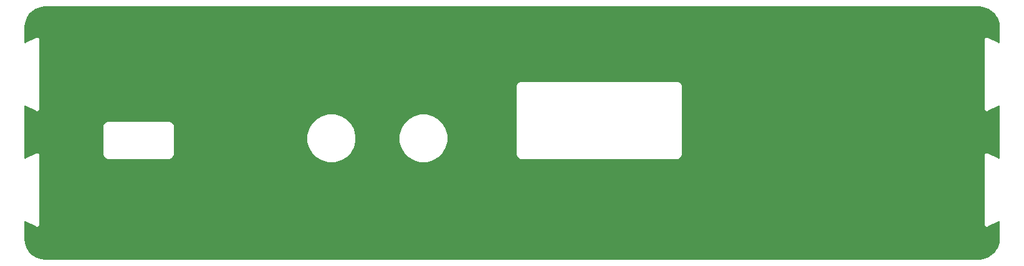
<source format=gbr>
G04 EAGLE Gerber RS-274X export*
G75*
%MOMM*%
%FSLAX34Y34*%
%LPD*%
%INBottom Copper*%
%IPPOS*%
%AMOC8*
5,1,8,0,0,1.08239X$1,22.5*%
G01*
%ADD10C,4.316000*%

G36*
X1300022Y2543D02*
X1300022Y2543D01*
X1300100Y2545D01*
X1304197Y2867D01*
X1304264Y2881D01*
X1304333Y2885D01*
X1304489Y2925D01*
X1312282Y5457D01*
X1312390Y5508D01*
X1312500Y5551D01*
X1312551Y5584D01*
X1312570Y5593D01*
X1312586Y5606D01*
X1312636Y5638D01*
X1319265Y10454D01*
X1319352Y10535D01*
X1319443Y10611D01*
X1319482Y10658D01*
X1319497Y10672D01*
X1319508Y10689D01*
X1319546Y10735D01*
X1324362Y17364D01*
X1324420Y17468D01*
X1324483Y17568D01*
X1324506Y17625D01*
X1324516Y17643D01*
X1324521Y17662D01*
X1324543Y17718D01*
X1327075Y25511D01*
X1327088Y25579D01*
X1327110Y25644D01*
X1327133Y25803D01*
X1327455Y29900D01*
X1327454Y29922D01*
X1327459Y30000D01*
X1327459Y53835D01*
X1327447Y53929D01*
X1327445Y54024D01*
X1327428Y54086D01*
X1327419Y54151D01*
X1327385Y54239D01*
X1327359Y54330D01*
X1327326Y54386D01*
X1327302Y54447D01*
X1327247Y54523D01*
X1327199Y54605D01*
X1327154Y54651D01*
X1327116Y54704D01*
X1327043Y54764D01*
X1326976Y54832D01*
X1326921Y54865D01*
X1326871Y54907D01*
X1326785Y54947D01*
X1326704Y54996D01*
X1326642Y55015D01*
X1326583Y55042D01*
X1326490Y55060D01*
X1326399Y55087D01*
X1326334Y55090D01*
X1326271Y55102D01*
X1326176Y55096D01*
X1326082Y55100D01*
X1326018Y55086D01*
X1325953Y55082D01*
X1325863Y55053D01*
X1325771Y55033D01*
X1325668Y54990D01*
X1325651Y54984D01*
X1325642Y54979D01*
X1325622Y54971D01*
X1311689Y48004D01*
X1311587Y47935D01*
X1311480Y47873D01*
X1311441Y47838D01*
X1311425Y47827D01*
X1311411Y47811D01*
X1311359Y47766D01*
X1311052Y47459D01*
X1310899Y47459D01*
X1310845Y47452D01*
X1310791Y47455D01*
X1310688Y47433D01*
X1310584Y47419D01*
X1310533Y47399D01*
X1310480Y47388D01*
X1310332Y47325D01*
X1310195Y47257D01*
X1309783Y47394D01*
X1309662Y47418D01*
X1309542Y47449D01*
X1309490Y47452D01*
X1309471Y47456D01*
X1309450Y47455D01*
X1309382Y47459D01*
X1308948Y47459D01*
X1308839Y47567D01*
X1308796Y47601D01*
X1308759Y47641D01*
X1308671Y47698D01*
X1308588Y47762D01*
X1308538Y47784D01*
X1308492Y47814D01*
X1308343Y47874D01*
X1308198Y47922D01*
X1308004Y48311D01*
X1307935Y48413D01*
X1307873Y48520D01*
X1307838Y48559D01*
X1307827Y48575D01*
X1307811Y48589D01*
X1307766Y48641D01*
X1307459Y48948D01*
X1307459Y49101D01*
X1307452Y49155D01*
X1307455Y49209D01*
X1307433Y49312D01*
X1307419Y49416D01*
X1307399Y49467D01*
X1307388Y49520D01*
X1307325Y49668D01*
X1307257Y49805D01*
X1307394Y50217D01*
X1307418Y50338D01*
X1307449Y50458D01*
X1307452Y50510D01*
X1307456Y50529D01*
X1307455Y50550D01*
X1307459Y50618D01*
X1307459Y144382D01*
X1307444Y144504D01*
X1307435Y144627D01*
X1307422Y144678D01*
X1307419Y144697D01*
X1307412Y144717D01*
X1307394Y144783D01*
X1307257Y145195D01*
X1307325Y145332D01*
X1307343Y145383D01*
X1307370Y145431D01*
X1307396Y145533D01*
X1307431Y145632D01*
X1307435Y145686D01*
X1307449Y145739D01*
X1307459Y145899D01*
X1307459Y146052D01*
X1307766Y146359D01*
X1307842Y146457D01*
X1307923Y146550D01*
X1307949Y146596D01*
X1307961Y146611D01*
X1307970Y146630D01*
X1308004Y146689D01*
X1308198Y147078D01*
X1308343Y147126D01*
X1308392Y147149D01*
X1308445Y147165D01*
X1308535Y147218D01*
X1308630Y147263D01*
X1308672Y147299D01*
X1308719Y147326D01*
X1308839Y147433D01*
X1308948Y147541D01*
X1309382Y147541D01*
X1309504Y147556D01*
X1309627Y147565D01*
X1309678Y147578D01*
X1309697Y147581D01*
X1309717Y147588D01*
X1309783Y147606D01*
X1310195Y147743D01*
X1310332Y147675D01*
X1310383Y147657D01*
X1310431Y147630D01*
X1310533Y147604D01*
X1310632Y147569D01*
X1310686Y147565D01*
X1310739Y147551D01*
X1310899Y147541D01*
X1311052Y147541D01*
X1311359Y147234D01*
X1311457Y147158D01*
X1311550Y147077D01*
X1311596Y147051D01*
X1311611Y147039D01*
X1311630Y147030D01*
X1311689Y146996D01*
X1325622Y140029D01*
X1325712Y139998D01*
X1325797Y139958D01*
X1325861Y139946D01*
X1325922Y139924D01*
X1326017Y139916D01*
X1326110Y139898D01*
X1326174Y139902D01*
X1326239Y139896D01*
X1326333Y139912D01*
X1326427Y139918D01*
X1326489Y139938D01*
X1326553Y139948D01*
X1326640Y139987D01*
X1326729Y140016D01*
X1326784Y140051D01*
X1326844Y140077D01*
X1326918Y140135D01*
X1326998Y140186D01*
X1327043Y140233D01*
X1327094Y140274D01*
X1327151Y140349D01*
X1327216Y140418D01*
X1327247Y140474D01*
X1327287Y140526D01*
X1327324Y140613D01*
X1327370Y140696D01*
X1327386Y140759D01*
X1327411Y140819D01*
X1327425Y140913D01*
X1327449Y141004D01*
X1327456Y141115D01*
X1327459Y141133D01*
X1327458Y141143D01*
X1327459Y141165D01*
X1327459Y211335D01*
X1327447Y211429D01*
X1327445Y211524D01*
X1327428Y211586D01*
X1327419Y211651D01*
X1327385Y211739D01*
X1327359Y211830D01*
X1327326Y211886D01*
X1327302Y211947D01*
X1327247Y212023D01*
X1327199Y212105D01*
X1327154Y212151D01*
X1327116Y212204D01*
X1327043Y212264D01*
X1326976Y212332D01*
X1326921Y212365D01*
X1326871Y212407D01*
X1326785Y212447D01*
X1326704Y212496D01*
X1326642Y212515D01*
X1326583Y212542D01*
X1326490Y212560D01*
X1326399Y212587D01*
X1326334Y212590D01*
X1326271Y212602D01*
X1326176Y212596D01*
X1326082Y212600D01*
X1326018Y212586D01*
X1325953Y212582D01*
X1325863Y212553D01*
X1325771Y212533D01*
X1325668Y212490D01*
X1325651Y212484D01*
X1325642Y212479D01*
X1325622Y212471D01*
X1311689Y205504D01*
X1311630Y205465D01*
X1311628Y205464D01*
X1311619Y205457D01*
X1311587Y205435D01*
X1311480Y205373D01*
X1311441Y205338D01*
X1311425Y205327D01*
X1311411Y205311D01*
X1311374Y205279D01*
X1311371Y205277D01*
X1311370Y205275D01*
X1311359Y205266D01*
X1311052Y204959D01*
X1310899Y204959D01*
X1310845Y204952D01*
X1310791Y204955D01*
X1310688Y204933D01*
X1310584Y204919D01*
X1310533Y204899D01*
X1310480Y204888D01*
X1310332Y204825D01*
X1310195Y204757D01*
X1309783Y204894D01*
X1309662Y204918D01*
X1309542Y204949D01*
X1309490Y204952D01*
X1309471Y204956D01*
X1309450Y204955D01*
X1309382Y204959D01*
X1308948Y204959D01*
X1308839Y205067D01*
X1308796Y205101D01*
X1308759Y205141D01*
X1308671Y205198D01*
X1308588Y205262D01*
X1308538Y205284D01*
X1308492Y205314D01*
X1308343Y205374D01*
X1308198Y205422D01*
X1308004Y205811D01*
X1307935Y205913D01*
X1307873Y206020D01*
X1307838Y206059D01*
X1307827Y206075D01*
X1307811Y206089D01*
X1307766Y206141D01*
X1307459Y206448D01*
X1307459Y206601D01*
X1307452Y206655D01*
X1307455Y206709D01*
X1307433Y206812D01*
X1307419Y206916D01*
X1307399Y206967D01*
X1307388Y207020D01*
X1307325Y207168D01*
X1307257Y207305D01*
X1307394Y207717D01*
X1307418Y207838D01*
X1307449Y207958D01*
X1307452Y208010D01*
X1307456Y208029D01*
X1307455Y208050D01*
X1307459Y208118D01*
X1307459Y301882D01*
X1307444Y302004D01*
X1307435Y302127D01*
X1307422Y302178D01*
X1307419Y302197D01*
X1307412Y302217D01*
X1307394Y302283D01*
X1307257Y302695D01*
X1307325Y302832D01*
X1307343Y302883D01*
X1307370Y302931D01*
X1307396Y303033D01*
X1307431Y303132D01*
X1307435Y303186D01*
X1307449Y303239D01*
X1307459Y303399D01*
X1307459Y303552D01*
X1307766Y303859D01*
X1307842Y303957D01*
X1307923Y304050D01*
X1307949Y304096D01*
X1307961Y304111D01*
X1307970Y304130D01*
X1308004Y304189D01*
X1308198Y304578D01*
X1308343Y304626D01*
X1308392Y304649D01*
X1308445Y304665D01*
X1308535Y304718D01*
X1308630Y304763D01*
X1308672Y304798D01*
X1308719Y304826D01*
X1308839Y304933D01*
X1308948Y305041D01*
X1309382Y305041D01*
X1309504Y305056D01*
X1309627Y305065D01*
X1309678Y305078D01*
X1309697Y305081D01*
X1309717Y305088D01*
X1309783Y305106D01*
X1310195Y305243D01*
X1310332Y305175D01*
X1310383Y305157D01*
X1310431Y305130D01*
X1310533Y305104D01*
X1310632Y305069D01*
X1310686Y305065D01*
X1310739Y305051D01*
X1310899Y305041D01*
X1311052Y305041D01*
X1311359Y304734D01*
X1311457Y304658D01*
X1311550Y304577D01*
X1311596Y304551D01*
X1311611Y304539D01*
X1311630Y304530D01*
X1311689Y304496D01*
X1325622Y297529D01*
X1325712Y297498D01*
X1325797Y297458D01*
X1325861Y297446D01*
X1325922Y297424D01*
X1326017Y297416D01*
X1326110Y297398D01*
X1326174Y297402D01*
X1326239Y297396D01*
X1326333Y297412D01*
X1326427Y297418D01*
X1326489Y297438D01*
X1326553Y297448D01*
X1326640Y297487D01*
X1326729Y297516D01*
X1326784Y297551D01*
X1326844Y297577D01*
X1326918Y297635D01*
X1326998Y297686D01*
X1327043Y297733D01*
X1327094Y297774D01*
X1327151Y297849D01*
X1327216Y297918D01*
X1327247Y297974D01*
X1327287Y298026D01*
X1327324Y298113D01*
X1327370Y298196D01*
X1327386Y298259D01*
X1327411Y298319D01*
X1327425Y298413D01*
X1327449Y298504D01*
X1327456Y298615D01*
X1327459Y298633D01*
X1327458Y298643D01*
X1327459Y298665D01*
X1327459Y320000D01*
X1327457Y320022D01*
X1327455Y320100D01*
X1327133Y324197D01*
X1327119Y324264D01*
X1327115Y324333D01*
X1327075Y324489D01*
X1324543Y332282D01*
X1324492Y332390D01*
X1324449Y332500D01*
X1324416Y332551D01*
X1324407Y332570D01*
X1324394Y332586D01*
X1324362Y332636D01*
X1319546Y339265D01*
X1319465Y339352D01*
X1319389Y339443D01*
X1319342Y339482D01*
X1319328Y339497D01*
X1319311Y339508D01*
X1319265Y339546D01*
X1312636Y344362D01*
X1312532Y344420D01*
X1312432Y344483D01*
X1312375Y344506D01*
X1312357Y344516D01*
X1312338Y344521D01*
X1312282Y344543D01*
X1304489Y347075D01*
X1304421Y347088D01*
X1304356Y347110D01*
X1304197Y347133D01*
X1300100Y347455D01*
X1300078Y347454D01*
X1300000Y347459D01*
X30000Y347459D01*
X29978Y347457D01*
X29900Y347455D01*
X25803Y347133D01*
X25736Y347119D01*
X25667Y347115D01*
X25511Y347075D01*
X17718Y344543D01*
X17610Y344492D01*
X17500Y344449D01*
X17449Y344416D01*
X17430Y344407D01*
X17414Y344394D01*
X17364Y344362D01*
X10735Y339546D01*
X10648Y339465D01*
X10557Y339389D01*
X10518Y339342D01*
X10503Y339328D01*
X10492Y339311D01*
X10454Y339265D01*
X5638Y332636D01*
X5580Y332532D01*
X5517Y332432D01*
X5494Y332375D01*
X5484Y332357D01*
X5479Y332338D01*
X5457Y332282D01*
X2925Y324489D01*
X2912Y324421D01*
X2890Y324356D01*
X2867Y324197D01*
X2545Y320100D01*
X2546Y320078D01*
X2541Y320000D01*
X2541Y298665D01*
X2553Y298571D01*
X2555Y298476D01*
X2572Y298414D01*
X2581Y298349D01*
X2615Y298261D01*
X2641Y298170D01*
X2674Y298114D01*
X2698Y298053D01*
X2753Y297977D01*
X2801Y297895D01*
X2846Y297849D01*
X2884Y297796D01*
X2957Y297736D01*
X3024Y297668D01*
X3079Y297635D01*
X3129Y297593D01*
X3215Y297553D01*
X3296Y297504D01*
X3358Y297485D01*
X3417Y297458D01*
X3510Y297440D01*
X3601Y297413D01*
X3666Y297410D01*
X3729Y297398D01*
X3824Y297404D01*
X3918Y297400D01*
X3982Y297414D01*
X4047Y297418D01*
X4137Y297447D01*
X4229Y297467D01*
X4332Y297510D01*
X4349Y297516D01*
X4358Y297521D01*
X4378Y297529D01*
X18311Y304496D01*
X18413Y304565D01*
X18520Y304627D01*
X18559Y304662D01*
X18575Y304673D01*
X18589Y304689D01*
X18641Y304734D01*
X18948Y305041D01*
X19101Y305041D01*
X19155Y305048D01*
X19209Y305045D01*
X19312Y305067D01*
X19416Y305081D01*
X19467Y305101D01*
X19520Y305112D01*
X19668Y305175D01*
X19805Y305243D01*
X20217Y305106D01*
X20338Y305082D01*
X20458Y305051D01*
X20510Y305048D01*
X20529Y305044D01*
X20550Y305045D01*
X20618Y305041D01*
X21052Y305041D01*
X21161Y304933D01*
X21204Y304899D01*
X21241Y304859D01*
X21329Y304802D01*
X21412Y304738D01*
X21462Y304716D01*
X21508Y304686D01*
X21657Y304626D01*
X21802Y304578D01*
X21996Y304189D01*
X22064Y304087D01*
X22127Y303980D01*
X22162Y303941D01*
X22173Y303925D01*
X22189Y303911D01*
X22234Y303859D01*
X22541Y303552D01*
X22541Y303399D01*
X22548Y303345D01*
X22545Y303291D01*
X22567Y303188D01*
X22581Y303084D01*
X22601Y303033D01*
X22612Y302980D01*
X22675Y302832D01*
X22743Y302695D01*
X22606Y302283D01*
X22582Y302162D01*
X22551Y302042D01*
X22548Y301990D01*
X22544Y301971D01*
X22545Y301950D01*
X22541Y301882D01*
X22541Y208118D01*
X22556Y207996D01*
X22565Y207873D01*
X22578Y207822D01*
X22581Y207803D01*
X22588Y207783D01*
X22606Y207717D01*
X22743Y207305D01*
X22675Y207168D01*
X22657Y207117D01*
X22630Y207069D01*
X22604Y206968D01*
X22569Y206868D01*
X22565Y206814D01*
X22551Y206761D01*
X22541Y206601D01*
X22541Y206448D01*
X22234Y206141D01*
X22158Y206043D01*
X22077Y205950D01*
X22050Y205904D01*
X22039Y205889D01*
X22030Y205870D01*
X21996Y205811D01*
X21802Y205422D01*
X21657Y205374D01*
X21608Y205351D01*
X21555Y205335D01*
X21465Y205282D01*
X21370Y205237D01*
X21328Y205202D01*
X21281Y205174D01*
X21161Y205067D01*
X21052Y204959D01*
X20618Y204959D01*
X20496Y204944D01*
X20373Y204935D01*
X20322Y204922D01*
X20303Y204919D01*
X20283Y204912D01*
X20217Y204894D01*
X19805Y204757D01*
X19668Y204825D01*
X19617Y204843D01*
X19569Y204870D01*
X19468Y204896D01*
X19368Y204931D01*
X19314Y204935D01*
X19261Y204949D01*
X19101Y204959D01*
X18948Y204959D01*
X18641Y205266D01*
X18556Y205332D01*
X18507Y205378D01*
X18493Y205386D01*
X18450Y205423D01*
X18404Y205449D01*
X18389Y205461D01*
X18370Y205470D01*
X18311Y205504D01*
X4378Y212471D01*
X4288Y212502D01*
X4203Y212542D01*
X4139Y212554D01*
X4078Y212576D01*
X3983Y212584D01*
X3890Y212602D01*
X3826Y212598D01*
X3761Y212604D01*
X3667Y212588D01*
X3573Y212582D01*
X3511Y212562D01*
X3447Y212552D01*
X3360Y212513D01*
X3271Y212484D01*
X3216Y212449D01*
X3156Y212423D01*
X3082Y212365D01*
X3002Y212314D01*
X2957Y212267D01*
X2906Y212226D01*
X2849Y212151D01*
X2784Y212082D01*
X2753Y212026D01*
X2713Y211974D01*
X2676Y211886D01*
X2630Y211804D01*
X2614Y211741D01*
X2589Y211681D01*
X2575Y211587D01*
X2551Y211496D01*
X2544Y211385D01*
X2541Y211367D01*
X2542Y211357D01*
X2541Y211335D01*
X2541Y141165D01*
X2553Y141071D01*
X2555Y140976D01*
X2572Y140914D01*
X2581Y140849D01*
X2615Y140761D01*
X2641Y140670D01*
X2674Y140614D01*
X2698Y140553D01*
X2753Y140477D01*
X2801Y140395D01*
X2846Y140349D01*
X2884Y140296D01*
X2957Y140236D01*
X3024Y140168D01*
X3079Y140135D01*
X3129Y140093D01*
X3215Y140053D01*
X3296Y140004D01*
X3358Y139985D01*
X3417Y139958D01*
X3510Y139940D01*
X3601Y139913D01*
X3666Y139910D01*
X3729Y139898D01*
X3824Y139904D01*
X3918Y139900D01*
X3982Y139914D01*
X4047Y139918D01*
X4137Y139947D01*
X4229Y139967D01*
X4332Y140010D01*
X4349Y140016D01*
X4358Y140021D01*
X4378Y140029D01*
X18311Y146996D01*
X18413Y147065D01*
X18520Y147127D01*
X18559Y147162D01*
X18575Y147173D01*
X18589Y147189D01*
X18641Y147234D01*
X18948Y147541D01*
X19101Y147541D01*
X19155Y147548D01*
X19209Y147545D01*
X19312Y147567D01*
X19416Y147581D01*
X19467Y147601D01*
X19520Y147612D01*
X19668Y147675D01*
X19805Y147743D01*
X20217Y147606D01*
X20338Y147582D01*
X20458Y147551D01*
X20510Y147548D01*
X20529Y147544D01*
X20550Y147545D01*
X20618Y147541D01*
X21052Y147541D01*
X21161Y147433D01*
X21204Y147399D01*
X21241Y147359D01*
X21329Y147302D01*
X21412Y147238D01*
X21462Y147216D01*
X21508Y147186D01*
X21657Y147126D01*
X21802Y147078D01*
X21996Y146689D01*
X22065Y146587D01*
X22127Y146480D01*
X22162Y146441D01*
X22173Y146425D01*
X22189Y146411D01*
X22234Y146359D01*
X22541Y146052D01*
X22541Y145899D01*
X22548Y145845D01*
X22545Y145791D01*
X22567Y145688D01*
X22581Y145584D01*
X22601Y145533D01*
X22612Y145480D01*
X22675Y145332D01*
X22743Y145195D01*
X22606Y144783D01*
X22582Y144662D01*
X22551Y144542D01*
X22548Y144490D01*
X22544Y144471D01*
X22545Y144450D01*
X22541Y144382D01*
X22541Y50618D01*
X22556Y50496D01*
X22565Y50373D01*
X22578Y50322D01*
X22581Y50303D01*
X22588Y50283D01*
X22606Y50217D01*
X22743Y49805D01*
X22675Y49668D01*
X22657Y49617D01*
X22630Y49569D01*
X22604Y49468D01*
X22569Y49368D01*
X22565Y49314D01*
X22551Y49261D01*
X22541Y49101D01*
X22541Y48948D01*
X22234Y48641D01*
X22158Y48543D01*
X22077Y48450D01*
X22050Y48404D01*
X22039Y48389D01*
X22030Y48370D01*
X21996Y48311D01*
X21802Y47922D01*
X21657Y47874D01*
X21608Y47851D01*
X21555Y47835D01*
X21465Y47782D01*
X21370Y47737D01*
X21328Y47702D01*
X21281Y47674D01*
X21161Y47567D01*
X21052Y47459D01*
X20618Y47459D01*
X20496Y47444D01*
X20373Y47435D01*
X20322Y47422D01*
X20303Y47419D01*
X20283Y47412D01*
X20217Y47394D01*
X19805Y47257D01*
X19668Y47325D01*
X19617Y47343D01*
X19569Y47370D01*
X19468Y47396D01*
X19368Y47431D01*
X19314Y47435D01*
X19261Y47449D01*
X19101Y47459D01*
X18948Y47459D01*
X18641Y47766D01*
X18543Y47842D01*
X18450Y47923D01*
X18404Y47949D01*
X18389Y47961D01*
X18370Y47970D01*
X18311Y48004D01*
X4378Y54971D01*
X4288Y55002D01*
X4203Y55042D01*
X4139Y55054D01*
X4078Y55076D01*
X3983Y55084D01*
X3890Y55102D01*
X3826Y55098D01*
X3761Y55104D01*
X3667Y55088D01*
X3573Y55082D01*
X3511Y55062D01*
X3447Y55052D01*
X3360Y55013D01*
X3271Y54984D01*
X3216Y54949D01*
X3156Y54923D01*
X3082Y54865D01*
X3002Y54814D01*
X2957Y54767D01*
X2906Y54726D01*
X2849Y54651D01*
X2784Y54582D01*
X2753Y54526D01*
X2713Y54474D01*
X2676Y54387D01*
X2630Y54304D01*
X2614Y54241D01*
X2589Y54181D01*
X2575Y54087D01*
X2551Y53996D01*
X2544Y53885D01*
X2541Y53867D01*
X2542Y53857D01*
X2541Y53835D01*
X2541Y30000D01*
X2543Y29978D01*
X2545Y29900D01*
X2867Y25803D01*
X2881Y25736D01*
X2885Y25667D01*
X2925Y25511D01*
X5457Y17718D01*
X5508Y17610D01*
X5551Y17500D01*
X5584Y17449D01*
X5593Y17430D01*
X5606Y17414D01*
X5638Y17364D01*
X10454Y10735D01*
X10535Y10648D01*
X10611Y10557D01*
X10658Y10518D01*
X10672Y10503D01*
X10689Y10492D01*
X10735Y10454D01*
X10810Y10399D01*
X17364Y5638D01*
X17468Y5580D01*
X17568Y5517D01*
X17625Y5494D01*
X17643Y5484D01*
X17662Y5479D01*
X17718Y5457D01*
X25511Y2925D01*
X25579Y2912D01*
X25644Y2890D01*
X25803Y2867D01*
X29900Y2545D01*
X29922Y2546D01*
X30000Y2541D01*
X1300000Y2541D01*
X1300022Y2543D01*
G37*
%LPC*%
G36*
X676409Y139659D02*
X676409Y139659D01*
X672910Y141680D01*
X670889Y145179D01*
X670889Y239221D01*
X672910Y242720D01*
X676409Y244741D01*
X890451Y244741D01*
X893950Y242720D01*
X895971Y239221D01*
X895971Y145179D01*
X893950Y141680D01*
X890451Y139659D01*
X676409Y139659D01*
G37*
%LPD*%
%LPC*%
G36*
X115679Y139559D02*
X115679Y139559D01*
X112180Y141580D01*
X110159Y145079D01*
X110159Y185121D01*
X112180Y188620D01*
X115679Y190641D01*
X199721Y190641D01*
X203220Y188620D01*
X205241Y185121D01*
X205241Y145079D01*
X203220Y141580D01*
X199721Y139559D01*
X115679Y139559D01*
G37*
%LPD*%
%LPC*%
G36*
X540480Y135259D02*
X540480Y135259D01*
X532204Y137477D01*
X524783Y141761D01*
X518725Y147819D01*
X514441Y155240D01*
X512223Y163516D01*
X512223Y172084D01*
X514441Y180360D01*
X518725Y187781D01*
X524783Y193839D01*
X532204Y198123D01*
X540480Y200341D01*
X549048Y200341D01*
X557324Y198123D01*
X564745Y193839D01*
X570803Y187781D01*
X575087Y180360D01*
X577305Y172084D01*
X577305Y163516D01*
X575087Y155240D01*
X570803Y147819D01*
X564745Y141761D01*
X557324Y137477D01*
X549048Y135259D01*
X540480Y135259D01*
G37*
%LPD*%
%LPC*%
G36*
X415480Y135259D02*
X415480Y135259D01*
X407204Y137477D01*
X399783Y141761D01*
X393725Y147819D01*
X389441Y155240D01*
X387223Y163516D01*
X387223Y172084D01*
X389441Y180360D01*
X393725Y187781D01*
X399783Y193839D01*
X407204Y198123D01*
X415480Y200341D01*
X424048Y200341D01*
X432324Y198123D01*
X439745Y193839D01*
X445803Y187781D01*
X450087Y180360D01*
X452305Y172084D01*
X452305Y163516D01*
X450087Y155240D01*
X445803Y147819D01*
X439745Y141761D01*
X432324Y137477D01*
X424048Y135259D01*
X415480Y135259D01*
G37*
%LPD*%
D10*
X59210Y306600D03*
X59210Y56700D03*
X1269210Y56700D03*
X1269210Y306600D03*
M02*

</source>
